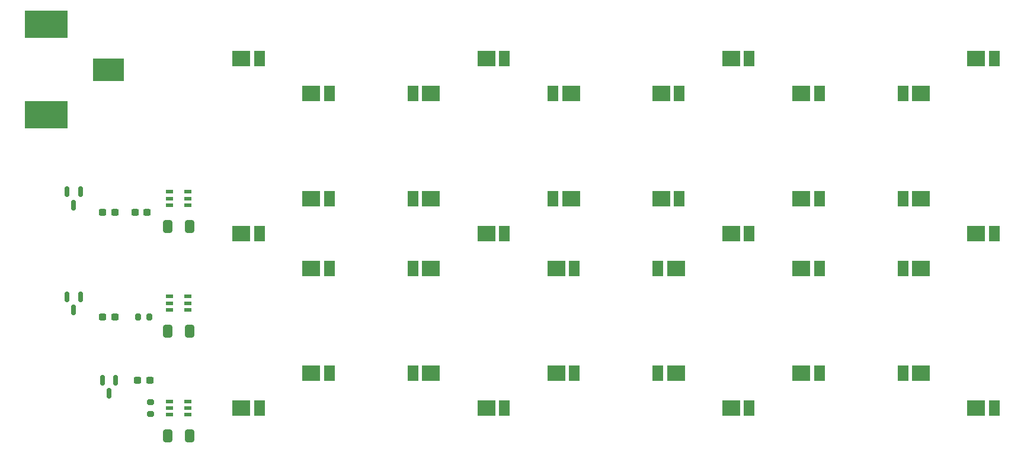
<source format=gbr>
%TF.GenerationSoftware,KiCad,Pcbnew,8.0.5*%
%TF.CreationDate,2024-10-10T20:21:21+02:00*%
%TF.ProjectId,Glasbaustein,476c6173-6261-4757-9374-65696e2e6b69,rev?*%
%TF.SameCoordinates,Original*%
%TF.FileFunction,Paste,Top*%
%TF.FilePolarity,Positive*%
%FSLAX46Y46*%
G04 Gerber Fmt 4.6, Leading zero omitted, Abs format (unit mm)*
G04 Created by KiCad (PCBNEW 8.0.5) date 2024-10-10 20:21:21*
%MOMM*%
%LPD*%
G01*
G04 APERTURE LIST*
G04 Aperture macros list*
%AMRoundRect*
0 Rectangle with rounded corners*
0 $1 Rounding radius*
0 $2 $3 $4 $5 $6 $7 $8 $9 X,Y pos of 4 corners*
0 Add a 4 corners polygon primitive as box body*
4,1,4,$2,$3,$4,$5,$6,$7,$8,$9,$2,$3,0*
0 Add four circle primitives for the rounded corners*
1,1,$1+$1,$2,$3*
1,1,$1+$1,$4,$5*
1,1,$1+$1,$6,$7*
1,1,$1+$1,$8,$9*
0 Add four rect primitives between the rounded corners*
20,1,$1+$1,$2,$3,$4,$5,0*
20,1,$1+$1,$4,$5,$6,$7,0*
20,1,$1+$1,$6,$7,$8,$9,0*
20,1,$1+$1,$8,$9,$2,$3,0*%
G04 Aperture macros list end*
%ADD10R,1.550000X2.200000*%
%ADD11R,2.500000X2.200000*%
%ADD12RoundRect,0.150000X-0.150000X0.587500X-0.150000X-0.587500X0.150000X-0.587500X0.150000X0.587500X0*%
%ADD13RoundRect,0.200000X0.200000X0.275000X-0.200000X0.275000X-0.200000X-0.275000X0.200000X-0.275000X0*%
%ADD14R,1.003300X0.558800*%
%ADD15RoundRect,0.237500X0.300000X0.237500X-0.300000X0.237500X-0.300000X-0.237500X0.300000X-0.237500X0*%
%ADD16RoundRect,0.250000X0.412500X0.650000X-0.412500X0.650000X-0.412500X-0.650000X0.412500X-0.650000X0*%
%ADD17R,6.197600X3.911600*%
%ADD18R,4.394200X3.302000*%
%ADD19RoundRect,0.200000X0.275000X-0.200000X0.275000X0.200000X-0.275000X0.200000X-0.275000X-0.200000X0*%
G04 APERTURE END LIST*
D10*
%TO.C,D2*%
X111525000Y-50000000D03*
D11*
X108950000Y-50000000D03*
%TD*%
D10*
%TO.C,D8*%
X181525000Y-75000000D03*
D11*
X178950000Y-75000000D03*
%TD*%
D10*
%TO.C,D6*%
X111525000Y-75000000D03*
D11*
X108950000Y-75000000D03*
%TD*%
D12*
%TO.C,D15*%
X50000000Y-85937500D03*
X49050000Y-84062500D03*
X50950000Y-84062500D03*
%TD*%
D10*
%TO.C,D16*%
X86525000Y-80000000D03*
D11*
X83950000Y-80000000D03*
%TD*%
D13*
%TO.C,R3A1*%
X59175000Y-87000000D03*
X60825000Y-87000000D03*
%TD*%
D10*
%TO.C,D36*%
X156525000Y-55000000D03*
D11*
X153950000Y-55000000D03*
%TD*%
D10*
%TO.C,D1*%
X76525000Y-50000000D03*
D11*
X73950000Y-50000000D03*
%TD*%
D12*
%TO.C,D14*%
X55050000Y-97875000D03*
X54100000Y-96000000D03*
X56000000Y-96000000D03*
%TD*%
D14*
%TO.C,U2*%
X66352550Y-84049999D03*
X66352550Y-85000000D03*
X66352550Y-85950001D03*
X63647450Y-85950001D03*
X63647450Y-85000000D03*
X63647450Y-84049999D03*
%TD*%
D10*
%TO.C,D3*%
X146525000Y-50000000D03*
D11*
X143950000Y-50000000D03*
%TD*%
D10*
%TO.C,D27*%
X168475000Y-95000000D03*
D11*
X171050000Y-95000000D03*
%TD*%
D10*
%TO.C,D5*%
X76525000Y-75000000D03*
D11*
X73950000Y-75000000D03*
%TD*%
D12*
%TO.C,D13*%
X50000000Y-70937500D03*
X49050000Y-69062500D03*
X50950000Y-69062500D03*
%TD*%
D10*
%TO.C,D9*%
X76525000Y-100000000D03*
D11*
X73950000Y-100000000D03*
%TD*%
D10*
%TO.C,D29*%
X86525000Y-70000000D03*
D11*
X83950000Y-70000000D03*
%TD*%
D10*
%TO.C,D33*%
X118475000Y-70000000D03*
D11*
X121050000Y-70000000D03*
%TD*%
D15*
%TO.C,R1B1*%
X54137500Y-72000000D03*
X55862500Y-72000000D03*
%TD*%
D10*
%TO.C,D26*%
X168475000Y-80000000D03*
D11*
X171050000Y-80000000D03*
%TD*%
D10*
%TO.C,D22*%
X133475000Y-80000000D03*
D11*
X136050000Y-80000000D03*
%TD*%
D15*
%TO.C,R1A1*%
X58744795Y-72000000D03*
X60469795Y-72000000D03*
%TD*%
%TO.C,R3B1*%
X54137500Y-87000000D03*
X55862500Y-87000000D03*
%TD*%
D10*
%TO.C,D34*%
X136525000Y-55000000D03*
D11*
X133950000Y-55000000D03*
%TD*%
D10*
%TO.C,D11*%
X146525000Y-100000000D03*
D11*
X143950000Y-100000000D03*
%TD*%
D16*
%TO.C,C1*%
X63437500Y-74000000D03*
X66562500Y-74000000D03*
%TD*%
D10*
%TO.C,D32*%
X118475000Y-55000000D03*
D11*
X121050000Y-55000000D03*
%TD*%
D10*
%TO.C,D35*%
X136525000Y-70000000D03*
D11*
X133950000Y-70000000D03*
%TD*%
D16*
%TO.C,C2*%
X63437500Y-89000000D03*
X66562500Y-89000000D03*
%TD*%
D10*
%TO.C,D23*%
X133475000Y-95000000D03*
D11*
X136050000Y-95000000D03*
%TD*%
D10*
%TO.C,D17*%
X86525000Y-95000000D03*
D11*
X83950000Y-95000000D03*
%TD*%
D10*
%TO.C,D18*%
X98475000Y-80000000D03*
D11*
X101050000Y-80000000D03*
%TD*%
D10*
%TO.C,D24*%
X156525000Y-80000000D03*
D11*
X153950000Y-80000000D03*
%TD*%
D10*
%TO.C,D21*%
X121525000Y-95000000D03*
D11*
X118950000Y-95000000D03*
%TD*%
D10*
%TO.C,D4*%
X181525000Y-50000000D03*
D11*
X178950000Y-50000000D03*
%TD*%
D10*
%TO.C,D38*%
X168475000Y-55000000D03*
D11*
X171050000Y-55000000D03*
%TD*%
D10*
%TO.C,D25*%
X156525000Y-95000000D03*
D11*
X153950000Y-95000000D03*
%TD*%
D10*
%TO.C,D28*%
X86525000Y-55000000D03*
D11*
X83950000Y-55000000D03*
%TD*%
D10*
%TO.C,D31*%
X98475000Y-70000000D03*
D11*
X101050000Y-70000000D03*
%TD*%
D16*
%TO.C,C3*%
X63437500Y-104000000D03*
X66562500Y-104000000D03*
%TD*%
D17*
%TO.C,J1*%
X46056290Y-58000000D03*
X46056290Y-45088400D03*
D18*
X55000000Y-51544200D03*
%TD*%
D10*
%TO.C,D30*%
X98475000Y-55000000D03*
D11*
X101050000Y-55000000D03*
%TD*%
D10*
%TO.C,D37*%
X156525000Y-70000000D03*
D11*
X153950000Y-70000000D03*
%TD*%
D10*
%TO.C,D7*%
X146525000Y-75000000D03*
D11*
X143950000Y-75000000D03*
%TD*%
D14*
%TO.C,U1*%
X66352550Y-69049999D03*
X66352550Y-70000000D03*
X66352550Y-70950001D03*
X63647450Y-70950001D03*
X63647450Y-70000000D03*
X63647450Y-69049999D03*
%TD*%
%TO.C,U3*%
X66352550Y-99049999D03*
X66352550Y-100000000D03*
X66352550Y-100950001D03*
X63647450Y-100950001D03*
X63647450Y-100000000D03*
X63647450Y-99049999D03*
%TD*%
D10*
%TO.C,D12*%
X181525000Y-100000000D03*
D11*
X178950000Y-100000000D03*
%TD*%
D15*
%TO.C,R2B1*%
X59137500Y-96000000D03*
X60862500Y-96000000D03*
%TD*%
D10*
%TO.C,D20*%
X121525000Y-80000000D03*
D11*
X118950000Y-80000000D03*
%TD*%
D10*
%TO.C,D39*%
X168475000Y-70050000D03*
D11*
X171050000Y-70050000D03*
%TD*%
D10*
%TO.C,D10*%
X111525000Y-100000000D03*
D11*
X108950000Y-100000000D03*
%TD*%
D19*
%TO.C,R2A1*%
X61000000Y-99175000D03*
X61000000Y-100825000D03*
%TD*%
D10*
%TO.C,D19*%
X98475000Y-95000000D03*
D11*
X101050000Y-95000000D03*
%TD*%
M02*

</source>
